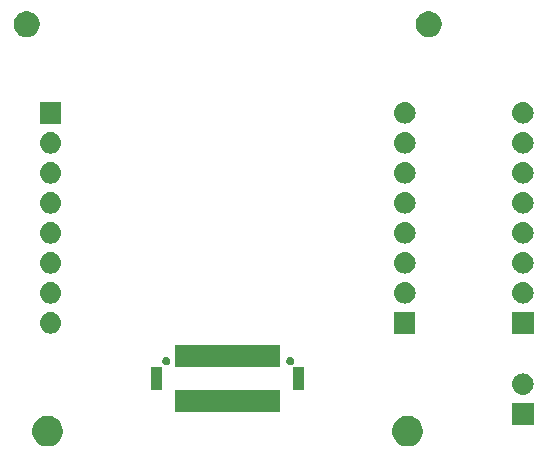
<source format=gbs>
G04 #@! TF.GenerationSoftware,KiCad,Pcbnew,(5.1.0)-1*
G04 #@! TF.CreationDate,2019-07-18T12:24:04+05:30*
G04 #@! TF.ProjectId,AR0135_adapter_rev1,41523031-3335-45f6-9164-61707465725f,rev?*
G04 #@! TF.SameCoordinates,Original*
G04 #@! TF.FileFunction,Soldermask,Bot*
G04 #@! TF.FilePolarity,Negative*
%FSLAX46Y46*%
G04 Gerber Fmt 4.6, Leading zero omitted, Abs format (unit mm)*
G04 Created by KiCad (PCBNEW (5.1.0)-1) date 2019-07-18 12:24:04*
%MOMM*%
%LPD*%
G04 APERTURE LIST*
%ADD10C,0.100000*%
G04 APERTURE END LIST*
D10*
G36*
X55619487Y-46193996D02*
G01*
X55856253Y-46292068D01*
X55856255Y-46292069D01*
X56069339Y-46434447D01*
X56250553Y-46615661D01*
X56392932Y-46828747D01*
X56491004Y-47065513D01*
X56541000Y-47316861D01*
X56541000Y-47573139D01*
X56491004Y-47824487D01*
X56392932Y-48061253D01*
X56392931Y-48061255D01*
X56250553Y-48274339D01*
X56069339Y-48455553D01*
X55856255Y-48597931D01*
X55856254Y-48597932D01*
X55856253Y-48597932D01*
X55619487Y-48696004D01*
X55368139Y-48746000D01*
X55111861Y-48746000D01*
X54860513Y-48696004D01*
X54623747Y-48597932D01*
X54623746Y-48597932D01*
X54623745Y-48597931D01*
X54410661Y-48455553D01*
X54229447Y-48274339D01*
X54087069Y-48061255D01*
X54087068Y-48061253D01*
X53988996Y-47824487D01*
X53939000Y-47573139D01*
X53939000Y-47316861D01*
X53988996Y-47065513D01*
X54087068Y-46828747D01*
X54229447Y-46615661D01*
X54410661Y-46434447D01*
X54623745Y-46292069D01*
X54623747Y-46292068D01*
X54860513Y-46193996D01*
X55111861Y-46144000D01*
X55368139Y-46144000D01*
X55619487Y-46193996D01*
X55619487Y-46193996D01*
G37*
G36*
X25139487Y-46193996D02*
G01*
X25376253Y-46292068D01*
X25376255Y-46292069D01*
X25589339Y-46434447D01*
X25770553Y-46615661D01*
X25912932Y-46828747D01*
X26011004Y-47065513D01*
X26061000Y-47316861D01*
X26061000Y-47573139D01*
X26011004Y-47824487D01*
X25912932Y-48061253D01*
X25912931Y-48061255D01*
X25770553Y-48274339D01*
X25589339Y-48455553D01*
X25376255Y-48597931D01*
X25376254Y-48597932D01*
X25376253Y-48597932D01*
X25139487Y-48696004D01*
X24888139Y-48746000D01*
X24631861Y-48746000D01*
X24380513Y-48696004D01*
X24143747Y-48597932D01*
X24143746Y-48597932D01*
X24143745Y-48597931D01*
X23930661Y-48455553D01*
X23749447Y-48274339D01*
X23607069Y-48061255D01*
X23607068Y-48061253D01*
X23508996Y-47824487D01*
X23459000Y-47573139D01*
X23459000Y-47316861D01*
X23508996Y-47065513D01*
X23607068Y-46828747D01*
X23749447Y-46615661D01*
X23930661Y-46434447D01*
X24143745Y-46292069D01*
X24143747Y-46292068D01*
X24380513Y-46193996D01*
X24631861Y-46144000D01*
X24888139Y-46144000D01*
X25139487Y-46193996D01*
X25139487Y-46193996D01*
G37*
G36*
X65901000Y-46901000D02*
G01*
X64099000Y-46901000D01*
X64099000Y-45099000D01*
X65901000Y-45099000D01*
X65901000Y-46901000D01*
X65901000Y-46901000D01*
G37*
G36*
X44451000Y-45851000D02*
G01*
X35549000Y-45851000D01*
X35549000Y-43949000D01*
X44451000Y-43949000D01*
X44451000Y-45851000D01*
X44451000Y-45851000D01*
G37*
G36*
X65110443Y-42565519D02*
G01*
X65176627Y-42572037D01*
X65346466Y-42623557D01*
X65502991Y-42707222D01*
X65538729Y-42736552D01*
X65640186Y-42819814D01*
X65723448Y-42921271D01*
X65752778Y-42957009D01*
X65836443Y-43113534D01*
X65887963Y-43283373D01*
X65905359Y-43460000D01*
X65887963Y-43636627D01*
X65836443Y-43806466D01*
X65752778Y-43962991D01*
X65723448Y-43998729D01*
X65640186Y-44100186D01*
X65538729Y-44183448D01*
X65502991Y-44212778D01*
X65346466Y-44296443D01*
X65176627Y-44347963D01*
X65110443Y-44354481D01*
X65044260Y-44361000D01*
X64955740Y-44361000D01*
X64889557Y-44354481D01*
X64823373Y-44347963D01*
X64653534Y-44296443D01*
X64497009Y-44212778D01*
X64461271Y-44183448D01*
X64359814Y-44100186D01*
X64276552Y-43998729D01*
X64247222Y-43962991D01*
X64163557Y-43806466D01*
X64112037Y-43636627D01*
X64094641Y-43460000D01*
X64112037Y-43283373D01*
X64163557Y-43113534D01*
X64247222Y-42957009D01*
X64276552Y-42921271D01*
X64359814Y-42819814D01*
X64461271Y-42736552D01*
X64497009Y-42707222D01*
X64653534Y-42623557D01*
X64823373Y-42572037D01*
X64889557Y-42565519D01*
X64955740Y-42559000D01*
X65044260Y-42559000D01*
X65110443Y-42565519D01*
X65110443Y-42565519D01*
G37*
G36*
X34451000Y-43951000D02*
G01*
X33549000Y-43951000D01*
X33549000Y-42049000D01*
X34451000Y-42049000D01*
X34451000Y-43951000D01*
X34451000Y-43951000D01*
G37*
G36*
X46451000Y-43951000D02*
G01*
X45549000Y-43951000D01*
X45549000Y-42049000D01*
X46451000Y-42049000D01*
X46451000Y-43951000D01*
X46451000Y-43951000D01*
G37*
G36*
X44451000Y-42051000D02*
G01*
X35549000Y-42051000D01*
X35549000Y-40149000D01*
X44451000Y-40149000D01*
X44451000Y-42051000D01*
X44451000Y-42051000D01*
G37*
G36*
X34902383Y-41162489D02*
G01*
X34902386Y-41162490D01*
X34902385Y-41162490D01*
X34966258Y-41188946D01*
X35023748Y-41227360D01*
X35072640Y-41276252D01*
X35111054Y-41333742D01*
X35132624Y-41385818D01*
X35137511Y-41397617D01*
X35151000Y-41465430D01*
X35151000Y-41534570D01*
X35137511Y-41602383D01*
X35137510Y-41602385D01*
X35111054Y-41666258D01*
X35072640Y-41723748D01*
X35023748Y-41772640D01*
X34966258Y-41811054D01*
X34914182Y-41832624D01*
X34902383Y-41837511D01*
X34834570Y-41851000D01*
X34765430Y-41851000D01*
X34697617Y-41837511D01*
X34685818Y-41832624D01*
X34633742Y-41811054D01*
X34576252Y-41772640D01*
X34527360Y-41723748D01*
X34488946Y-41666258D01*
X34462490Y-41602385D01*
X34462489Y-41602383D01*
X34449000Y-41534570D01*
X34449000Y-41465430D01*
X34462489Y-41397617D01*
X34467376Y-41385818D01*
X34488946Y-41333742D01*
X34527360Y-41276252D01*
X34576252Y-41227360D01*
X34633742Y-41188946D01*
X34697615Y-41162490D01*
X34697614Y-41162490D01*
X34697617Y-41162489D01*
X34765430Y-41149000D01*
X34834570Y-41149000D01*
X34902383Y-41162489D01*
X34902383Y-41162489D01*
G37*
G36*
X45402383Y-41162489D02*
G01*
X45402386Y-41162490D01*
X45402385Y-41162490D01*
X45466258Y-41188946D01*
X45523748Y-41227360D01*
X45572640Y-41276252D01*
X45611054Y-41333742D01*
X45632624Y-41385818D01*
X45637511Y-41397617D01*
X45651000Y-41465430D01*
X45651000Y-41534570D01*
X45637511Y-41602383D01*
X45637510Y-41602385D01*
X45611054Y-41666258D01*
X45572640Y-41723748D01*
X45523748Y-41772640D01*
X45460748Y-41814736D01*
X45450769Y-41820070D01*
X45431827Y-41835615D01*
X45431208Y-41836370D01*
X45424001Y-41835660D01*
X45399615Y-41838062D01*
X45334572Y-41851000D01*
X45265430Y-41851000D01*
X45197617Y-41837511D01*
X45185818Y-41832624D01*
X45133742Y-41811054D01*
X45076252Y-41772640D01*
X45027360Y-41723748D01*
X44988946Y-41666258D01*
X44962490Y-41602385D01*
X44962489Y-41602383D01*
X44949000Y-41534570D01*
X44949000Y-41465430D01*
X44962489Y-41397617D01*
X44967376Y-41385818D01*
X44988946Y-41333742D01*
X45027360Y-41276252D01*
X45076252Y-41227360D01*
X45133742Y-41188946D01*
X45197615Y-41162490D01*
X45197614Y-41162490D01*
X45197617Y-41162489D01*
X45265430Y-41149000D01*
X45334570Y-41149000D01*
X45402383Y-41162489D01*
X45402383Y-41162489D01*
G37*
G36*
X65901000Y-39181000D02*
G01*
X64099000Y-39181000D01*
X64099000Y-37379000D01*
X65901000Y-37379000D01*
X65901000Y-39181000D01*
X65901000Y-39181000D01*
G37*
G36*
X25110442Y-37385518D02*
G01*
X25176627Y-37392037D01*
X25346466Y-37443557D01*
X25502991Y-37527222D01*
X25538729Y-37556552D01*
X25640186Y-37639814D01*
X25723448Y-37741271D01*
X25752778Y-37777009D01*
X25836443Y-37933534D01*
X25887963Y-38103373D01*
X25905359Y-38280000D01*
X25887963Y-38456627D01*
X25836443Y-38626466D01*
X25752778Y-38782991D01*
X25723448Y-38818729D01*
X25640186Y-38920186D01*
X25538729Y-39003448D01*
X25502991Y-39032778D01*
X25346466Y-39116443D01*
X25176627Y-39167963D01*
X25110443Y-39174481D01*
X25044260Y-39181000D01*
X24955740Y-39181000D01*
X24889557Y-39174481D01*
X24823373Y-39167963D01*
X24653534Y-39116443D01*
X24497009Y-39032778D01*
X24461271Y-39003448D01*
X24359814Y-38920186D01*
X24276552Y-38818729D01*
X24247222Y-38782991D01*
X24163557Y-38626466D01*
X24112037Y-38456627D01*
X24094641Y-38280000D01*
X24112037Y-38103373D01*
X24163557Y-37933534D01*
X24247222Y-37777009D01*
X24276552Y-37741271D01*
X24359814Y-37639814D01*
X24461271Y-37556552D01*
X24497009Y-37527222D01*
X24653534Y-37443557D01*
X24823373Y-37392037D01*
X24889558Y-37385518D01*
X24955740Y-37379000D01*
X25044260Y-37379000D01*
X25110442Y-37385518D01*
X25110442Y-37385518D01*
G37*
G36*
X55901000Y-39181000D02*
G01*
X54099000Y-39181000D01*
X54099000Y-37379000D01*
X55901000Y-37379000D01*
X55901000Y-39181000D01*
X55901000Y-39181000D01*
G37*
G36*
X25110443Y-34845519D02*
G01*
X25176627Y-34852037D01*
X25346466Y-34903557D01*
X25502991Y-34987222D01*
X25538729Y-35016552D01*
X25640186Y-35099814D01*
X25723448Y-35201271D01*
X25752778Y-35237009D01*
X25836443Y-35393534D01*
X25887963Y-35563373D01*
X25905359Y-35740000D01*
X25887963Y-35916627D01*
X25836443Y-36086466D01*
X25752778Y-36242991D01*
X25723448Y-36278729D01*
X25640186Y-36380186D01*
X25538729Y-36463448D01*
X25502991Y-36492778D01*
X25346466Y-36576443D01*
X25176627Y-36627963D01*
X25110442Y-36634482D01*
X25044260Y-36641000D01*
X24955740Y-36641000D01*
X24889558Y-36634482D01*
X24823373Y-36627963D01*
X24653534Y-36576443D01*
X24497009Y-36492778D01*
X24461271Y-36463448D01*
X24359814Y-36380186D01*
X24276552Y-36278729D01*
X24247222Y-36242991D01*
X24163557Y-36086466D01*
X24112037Y-35916627D01*
X24094641Y-35740000D01*
X24112037Y-35563373D01*
X24163557Y-35393534D01*
X24247222Y-35237009D01*
X24276552Y-35201271D01*
X24359814Y-35099814D01*
X24461271Y-35016552D01*
X24497009Y-34987222D01*
X24653534Y-34903557D01*
X24823373Y-34852037D01*
X24889557Y-34845519D01*
X24955740Y-34839000D01*
X25044260Y-34839000D01*
X25110443Y-34845519D01*
X25110443Y-34845519D01*
G37*
G36*
X65110443Y-34845519D02*
G01*
X65176627Y-34852037D01*
X65346466Y-34903557D01*
X65502991Y-34987222D01*
X65538729Y-35016552D01*
X65640186Y-35099814D01*
X65723448Y-35201271D01*
X65752778Y-35237009D01*
X65836443Y-35393534D01*
X65887963Y-35563373D01*
X65905359Y-35740000D01*
X65887963Y-35916627D01*
X65836443Y-36086466D01*
X65752778Y-36242991D01*
X65723448Y-36278729D01*
X65640186Y-36380186D01*
X65538729Y-36463448D01*
X65502991Y-36492778D01*
X65346466Y-36576443D01*
X65176627Y-36627963D01*
X65110442Y-36634482D01*
X65044260Y-36641000D01*
X64955740Y-36641000D01*
X64889558Y-36634482D01*
X64823373Y-36627963D01*
X64653534Y-36576443D01*
X64497009Y-36492778D01*
X64461271Y-36463448D01*
X64359814Y-36380186D01*
X64276552Y-36278729D01*
X64247222Y-36242991D01*
X64163557Y-36086466D01*
X64112037Y-35916627D01*
X64094641Y-35740000D01*
X64112037Y-35563373D01*
X64163557Y-35393534D01*
X64247222Y-35237009D01*
X64276552Y-35201271D01*
X64359814Y-35099814D01*
X64461271Y-35016552D01*
X64497009Y-34987222D01*
X64653534Y-34903557D01*
X64823373Y-34852037D01*
X64889557Y-34845519D01*
X64955740Y-34839000D01*
X65044260Y-34839000D01*
X65110443Y-34845519D01*
X65110443Y-34845519D01*
G37*
G36*
X55110443Y-34845519D02*
G01*
X55176627Y-34852037D01*
X55346466Y-34903557D01*
X55502991Y-34987222D01*
X55538729Y-35016552D01*
X55640186Y-35099814D01*
X55723448Y-35201271D01*
X55752778Y-35237009D01*
X55836443Y-35393534D01*
X55887963Y-35563373D01*
X55905359Y-35740000D01*
X55887963Y-35916627D01*
X55836443Y-36086466D01*
X55752778Y-36242991D01*
X55723448Y-36278729D01*
X55640186Y-36380186D01*
X55538729Y-36463448D01*
X55502991Y-36492778D01*
X55346466Y-36576443D01*
X55176627Y-36627963D01*
X55110442Y-36634482D01*
X55044260Y-36641000D01*
X54955740Y-36641000D01*
X54889558Y-36634482D01*
X54823373Y-36627963D01*
X54653534Y-36576443D01*
X54497009Y-36492778D01*
X54461271Y-36463448D01*
X54359814Y-36380186D01*
X54276552Y-36278729D01*
X54247222Y-36242991D01*
X54163557Y-36086466D01*
X54112037Y-35916627D01*
X54094641Y-35740000D01*
X54112037Y-35563373D01*
X54163557Y-35393534D01*
X54247222Y-35237009D01*
X54276552Y-35201271D01*
X54359814Y-35099814D01*
X54461271Y-35016552D01*
X54497009Y-34987222D01*
X54653534Y-34903557D01*
X54823373Y-34852037D01*
X54889557Y-34845519D01*
X54955740Y-34839000D01*
X55044260Y-34839000D01*
X55110443Y-34845519D01*
X55110443Y-34845519D01*
G37*
G36*
X25110443Y-32305519D02*
G01*
X25176627Y-32312037D01*
X25346466Y-32363557D01*
X25502991Y-32447222D01*
X25538729Y-32476552D01*
X25640186Y-32559814D01*
X25723448Y-32661271D01*
X25752778Y-32697009D01*
X25836443Y-32853534D01*
X25887963Y-33023373D01*
X25905359Y-33200000D01*
X25887963Y-33376627D01*
X25836443Y-33546466D01*
X25752778Y-33702991D01*
X25723448Y-33738729D01*
X25640186Y-33840186D01*
X25538729Y-33923448D01*
X25502991Y-33952778D01*
X25346466Y-34036443D01*
X25176627Y-34087963D01*
X25110443Y-34094481D01*
X25044260Y-34101000D01*
X24955740Y-34101000D01*
X24889557Y-34094481D01*
X24823373Y-34087963D01*
X24653534Y-34036443D01*
X24497009Y-33952778D01*
X24461271Y-33923448D01*
X24359814Y-33840186D01*
X24276552Y-33738729D01*
X24247222Y-33702991D01*
X24163557Y-33546466D01*
X24112037Y-33376627D01*
X24094641Y-33200000D01*
X24112037Y-33023373D01*
X24163557Y-32853534D01*
X24247222Y-32697009D01*
X24276552Y-32661271D01*
X24359814Y-32559814D01*
X24461271Y-32476552D01*
X24497009Y-32447222D01*
X24653534Y-32363557D01*
X24823373Y-32312037D01*
X24889557Y-32305519D01*
X24955740Y-32299000D01*
X25044260Y-32299000D01*
X25110443Y-32305519D01*
X25110443Y-32305519D01*
G37*
G36*
X55110443Y-32305519D02*
G01*
X55176627Y-32312037D01*
X55346466Y-32363557D01*
X55502991Y-32447222D01*
X55538729Y-32476552D01*
X55640186Y-32559814D01*
X55723448Y-32661271D01*
X55752778Y-32697009D01*
X55836443Y-32853534D01*
X55887963Y-33023373D01*
X55905359Y-33200000D01*
X55887963Y-33376627D01*
X55836443Y-33546466D01*
X55752778Y-33702991D01*
X55723448Y-33738729D01*
X55640186Y-33840186D01*
X55538729Y-33923448D01*
X55502991Y-33952778D01*
X55346466Y-34036443D01*
X55176627Y-34087963D01*
X55110443Y-34094481D01*
X55044260Y-34101000D01*
X54955740Y-34101000D01*
X54889557Y-34094481D01*
X54823373Y-34087963D01*
X54653534Y-34036443D01*
X54497009Y-33952778D01*
X54461271Y-33923448D01*
X54359814Y-33840186D01*
X54276552Y-33738729D01*
X54247222Y-33702991D01*
X54163557Y-33546466D01*
X54112037Y-33376627D01*
X54094641Y-33200000D01*
X54112037Y-33023373D01*
X54163557Y-32853534D01*
X54247222Y-32697009D01*
X54276552Y-32661271D01*
X54359814Y-32559814D01*
X54461271Y-32476552D01*
X54497009Y-32447222D01*
X54653534Y-32363557D01*
X54823373Y-32312037D01*
X54889557Y-32305519D01*
X54955740Y-32299000D01*
X55044260Y-32299000D01*
X55110443Y-32305519D01*
X55110443Y-32305519D01*
G37*
G36*
X65110443Y-32305519D02*
G01*
X65176627Y-32312037D01*
X65346466Y-32363557D01*
X65502991Y-32447222D01*
X65538729Y-32476552D01*
X65640186Y-32559814D01*
X65723448Y-32661271D01*
X65752778Y-32697009D01*
X65836443Y-32853534D01*
X65887963Y-33023373D01*
X65905359Y-33200000D01*
X65887963Y-33376627D01*
X65836443Y-33546466D01*
X65752778Y-33702991D01*
X65723448Y-33738729D01*
X65640186Y-33840186D01*
X65538729Y-33923448D01*
X65502991Y-33952778D01*
X65346466Y-34036443D01*
X65176627Y-34087963D01*
X65110443Y-34094481D01*
X65044260Y-34101000D01*
X64955740Y-34101000D01*
X64889557Y-34094481D01*
X64823373Y-34087963D01*
X64653534Y-34036443D01*
X64497009Y-33952778D01*
X64461271Y-33923448D01*
X64359814Y-33840186D01*
X64276552Y-33738729D01*
X64247222Y-33702991D01*
X64163557Y-33546466D01*
X64112037Y-33376627D01*
X64094641Y-33200000D01*
X64112037Y-33023373D01*
X64163557Y-32853534D01*
X64247222Y-32697009D01*
X64276552Y-32661271D01*
X64359814Y-32559814D01*
X64461271Y-32476552D01*
X64497009Y-32447222D01*
X64653534Y-32363557D01*
X64823373Y-32312037D01*
X64889557Y-32305519D01*
X64955740Y-32299000D01*
X65044260Y-32299000D01*
X65110443Y-32305519D01*
X65110443Y-32305519D01*
G37*
G36*
X25110443Y-29765519D02*
G01*
X25176627Y-29772037D01*
X25346466Y-29823557D01*
X25502991Y-29907222D01*
X25538729Y-29936552D01*
X25640186Y-30019814D01*
X25723448Y-30121271D01*
X25752778Y-30157009D01*
X25836443Y-30313534D01*
X25887963Y-30483373D01*
X25905359Y-30660000D01*
X25887963Y-30836627D01*
X25836443Y-31006466D01*
X25752778Y-31162991D01*
X25723448Y-31198729D01*
X25640186Y-31300186D01*
X25538729Y-31383448D01*
X25502991Y-31412778D01*
X25346466Y-31496443D01*
X25176627Y-31547963D01*
X25110443Y-31554481D01*
X25044260Y-31561000D01*
X24955740Y-31561000D01*
X24889557Y-31554481D01*
X24823373Y-31547963D01*
X24653534Y-31496443D01*
X24497009Y-31412778D01*
X24461271Y-31383448D01*
X24359814Y-31300186D01*
X24276552Y-31198729D01*
X24247222Y-31162991D01*
X24163557Y-31006466D01*
X24112037Y-30836627D01*
X24094641Y-30660000D01*
X24112037Y-30483373D01*
X24163557Y-30313534D01*
X24247222Y-30157009D01*
X24276552Y-30121271D01*
X24359814Y-30019814D01*
X24461271Y-29936552D01*
X24497009Y-29907222D01*
X24653534Y-29823557D01*
X24823373Y-29772037D01*
X24889557Y-29765519D01*
X24955740Y-29759000D01*
X25044260Y-29759000D01*
X25110443Y-29765519D01*
X25110443Y-29765519D01*
G37*
G36*
X65110443Y-29765519D02*
G01*
X65176627Y-29772037D01*
X65346466Y-29823557D01*
X65502991Y-29907222D01*
X65538729Y-29936552D01*
X65640186Y-30019814D01*
X65723448Y-30121271D01*
X65752778Y-30157009D01*
X65836443Y-30313534D01*
X65887963Y-30483373D01*
X65905359Y-30660000D01*
X65887963Y-30836627D01*
X65836443Y-31006466D01*
X65752778Y-31162991D01*
X65723448Y-31198729D01*
X65640186Y-31300186D01*
X65538729Y-31383448D01*
X65502991Y-31412778D01*
X65346466Y-31496443D01*
X65176627Y-31547963D01*
X65110443Y-31554481D01*
X65044260Y-31561000D01*
X64955740Y-31561000D01*
X64889557Y-31554481D01*
X64823373Y-31547963D01*
X64653534Y-31496443D01*
X64497009Y-31412778D01*
X64461271Y-31383448D01*
X64359814Y-31300186D01*
X64276552Y-31198729D01*
X64247222Y-31162991D01*
X64163557Y-31006466D01*
X64112037Y-30836627D01*
X64094641Y-30660000D01*
X64112037Y-30483373D01*
X64163557Y-30313534D01*
X64247222Y-30157009D01*
X64276552Y-30121271D01*
X64359814Y-30019814D01*
X64461271Y-29936552D01*
X64497009Y-29907222D01*
X64653534Y-29823557D01*
X64823373Y-29772037D01*
X64889557Y-29765519D01*
X64955740Y-29759000D01*
X65044260Y-29759000D01*
X65110443Y-29765519D01*
X65110443Y-29765519D01*
G37*
G36*
X55110443Y-29765519D02*
G01*
X55176627Y-29772037D01*
X55346466Y-29823557D01*
X55502991Y-29907222D01*
X55538729Y-29936552D01*
X55640186Y-30019814D01*
X55723448Y-30121271D01*
X55752778Y-30157009D01*
X55836443Y-30313534D01*
X55887963Y-30483373D01*
X55905359Y-30660000D01*
X55887963Y-30836627D01*
X55836443Y-31006466D01*
X55752778Y-31162991D01*
X55723448Y-31198729D01*
X55640186Y-31300186D01*
X55538729Y-31383448D01*
X55502991Y-31412778D01*
X55346466Y-31496443D01*
X55176627Y-31547963D01*
X55110443Y-31554481D01*
X55044260Y-31561000D01*
X54955740Y-31561000D01*
X54889557Y-31554481D01*
X54823373Y-31547963D01*
X54653534Y-31496443D01*
X54497009Y-31412778D01*
X54461271Y-31383448D01*
X54359814Y-31300186D01*
X54276552Y-31198729D01*
X54247222Y-31162991D01*
X54163557Y-31006466D01*
X54112037Y-30836627D01*
X54094641Y-30660000D01*
X54112037Y-30483373D01*
X54163557Y-30313534D01*
X54247222Y-30157009D01*
X54276552Y-30121271D01*
X54359814Y-30019814D01*
X54461271Y-29936552D01*
X54497009Y-29907222D01*
X54653534Y-29823557D01*
X54823373Y-29772037D01*
X54889557Y-29765519D01*
X54955740Y-29759000D01*
X55044260Y-29759000D01*
X55110443Y-29765519D01*
X55110443Y-29765519D01*
G37*
G36*
X25110443Y-27225519D02*
G01*
X25176627Y-27232037D01*
X25346466Y-27283557D01*
X25502991Y-27367222D01*
X25538729Y-27396552D01*
X25640186Y-27479814D01*
X25723448Y-27581271D01*
X25752778Y-27617009D01*
X25836443Y-27773534D01*
X25887963Y-27943373D01*
X25905359Y-28120000D01*
X25887963Y-28296627D01*
X25836443Y-28466466D01*
X25752778Y-28622991D01*
X25723448Y-28658729D01*
X25640186Y-28760186D01*
X25538729Y-28843448D01*
X25502991Y-28872778D01*
X25346466Y-28956443D01*
X25176627Y-29007963D01*
X25110443Y-29014481D01*
X25044260Y-29021000D01*
X24955740Y-29021000D01*
X24889557Y-29014481D01*
X24823373Y-29007963D01*
X24653534Y-28956443D01*
X24497009Y-28872778D01*
X24461271Y-28843448D01*
X24359814Y-28760186D01*
X24276552Y-28658729D01*
X24247222Y-28622991D01*
X24163557Y-28466466D01*
X24112037Y-28296627D01*
X24094641Y-28120000D01*
X24112037Y-27943373D01*
X24163557Y-27773534D01*
X24247222Y-27617009D01*
X24276552Y-27581271D01*
X24359814Y-27479814D01*
X24461271Y-27396552D01*
X24497009Y-27367222D01*
X24653534Y-27283557D01*
X24823373Y-27232037D01*
X24889557Y-27225519D01*
X24955740Y-27219000D01*
X25044260Y-27219000D01*
X25110443Y-27225519D01*
X25110443Y-27225519D01*
G37*
G36*
X65110443Y-27225519D02*
G01*
X65176627Y-27232037D01*
X65346466Y-27283557D01*
X65502991Y-27367222D01*
X65538729Y-27396552D01*
X65640186Y-27479814D01*
X65723448Y-27581271D01*
X65752778Y-27617009D01*
X65836443Y-27773534D01*
X65887963Y-27943373D01*
X65905359Y-28120000D01*
X65887963Y-28296627D01*
X65836443Y-28466466D01*
X65752778Y-28622991D01*
X65723448Y-28658729D01*
X65640186Y-28760186D01*
X65538729Y-28843448D01*
X65502991Y-28872778D01*
X65346466Y-28956443D01*
X65176627Y-29007963D01*
X65110443Y-29014481D01*
X65044260Y-29021000D01*
X64955740Y-29021000D01*
X64889557Y-29014481D01*
X64823373Y-29007963D01*
X64653534Y-28956443D01*
X64497009Y-28872778D01*
X64461271Y-28843448D01*
X64359814Y-28760186D01*
X64276552Y-28658729D01*
X64247222Y-28622991D01*
X64163557Y-28466466D01*
X64112037Y-28296627D01*
X64094641Y-28120000D01*
X64112037Y-27943373D01*
X64163557Y-27773534D01*
X64247222Y-27617009D01*
X64276552Y-27581271D01*
X64359814Y-27479814D01*
X64461271Y-27396552D01*
X64497009Y-27367222D01*
X64653534Y-27283557D01*
X64823373Y-27232037D01*
X64889557Y-27225519D01*
X64955740Y-27219000D01*
X65044260Y-27219000D01*
X65110443Y-27225519D01*
X65110443Y-27225519D01*
G37*
G36*
X55110443Y-27225519D02*
G01*
X55176627Y-27232037D01*
X55346466Y-27283557D01*
X55502991Y-27367222D01*
X55538729Y-27396552D01*
X55640186Y-27479814D01*
X55723448Y-27581271D01*
X55752778Y-27617009D01*
X55836443Y-27773534D01*
X55887963Y-27943373D01*
X55905359Y-28120000D01*
X55887963Y-28296627D01*
X55836443Y-28466466D01*
X55752778Y-28622991D01*
X55723448Y-28658729D01*
X55640186Y-28760186D01*
X55538729Y-28843448D01*
X55502991Y-28872778D01*
X55346466Y-28956443D01*
X55176627Y-29007963D01*
X55110443Y-29014481D01*
X55044260Y-29021000D01*
X54955740Y-29021000D01*
X54889557Y-29014481D01*
X54823373Y-29007963D01*
X54653534Y-28956443D01*
X54497009Y-28872778D01*
X54461271Y-28843448D01*
X54359814Y-28760186D01*
X54276552Y-28658729D01*
X54247222Y-28622991D01*
X54163557Y-28466466D01*
X54112037Y-28296627D01*
X54094641Y-28120000D01*
X54112037Y-27943373D01*
X54163557Y-27773534D01*
X54247222Y-27617009D01*
X54276552Y-27581271D01*
X54359814Y-27479814D01*
X54461271Y-27396552D01*
X54497009Y-27367222D01*
X54653534Y-27283557D01*
X54823373Y-27232037D01*
X54889557Y-27225519D01*
X54955740Y-27219000D01*
X55044260Y-27219000D01*
X55110443Y-27225519D01*
X55110443Y-27225519D01*
G37*
G36*
X25110443Y-24685519D02*
G01*
X25176627Y-24692037D01*
X25346466Y-24743557D01*
X25502991Y-24827222D01*
X25538729Y-24856552D01*
X25640186Y-24939814D01*
X25723448Y-25041271D01*
X25752778Y-25077009D01*
X25836443Y-25233534D01*
X25887963Y-25403373D01*
X25905359Y-25580000D01*
X25887963Y-25756627D01*
X25836443Y-25926466D01*
X25752778Y-26082991D01*
X25723448Y-26118729D01*
X25640186Y-26220186D01*
X25538729Y-26303448D01*
X25502991Y-26332778D01*
X25346466Y-26416443D01*
X25176627Y-26467963D01*
X25110443Y-26474481D01*
X25044260Y-26481000D01*
X24955740Y-26481000D01*
X24889557Y-26474481D01*
X24823373Y-26467963D01*
X24653534Y-26416443D01*
X24497009Y-26332778D01*
X24461271Y-26303448D01*
X24359814Y-26220186D01*
X24276552Y-26118729D01*
X24247222Y-26082991D01*
X24163557Y-25926466D01*
X24112037Y-25756627D01*
X24094641Y-25580000D01*
X24112037Y-25403373D01*
X24163557Y-25233534D01*
X24247222Y-25077009D01*
X24276552Y-25041271D01*
X24359814Y-24939814D01*
X24461271Y-24856552D01*
X24497009Y-24827222D01*
X24653534Y-24743557D01*
X24823373Y-24692037D01*
X24889557Y-24685519D01*
X24955740Y-24679000D01*
X25044260Y-24679000D01*
X25110443Y-24685519D01*
X25110443Y-24685519D01*
G37*
G36*
X65110443Y-24685519D02*
G01*
X65176627Y-24692037D01*
X65346466Y-24743557D01*
X65502991Y-24827222D01*
X65538729Y-24856552D01*
X65640186Y-24939814D01*
X65723448Y-25041271D01*
X65752778Y-25077009D01*
X65836443Y-25233534D01*
X65887963Y-25403373D01*
X65905359Y-25580000D01*
X65887963Y-25756627D01*
X65836443Y-25926466D01*
X65752778Y-26082991D01*
X65723448Y-26118729D01*
X65640186Y-26220186D01*
X65538729Y-26303448D01*
X65502991Y-26332778D01*
X65346466Y-26416443D01*
X65176627Y-26467963D01*
X65110443Y-26474481D01*
X65044260Y-26481000D01*
X64955740Y-26481000D01*
X64889557Y-26474481D01*
X64823373Y-26467963D01*
X64653534Y-26416443D01*
X64497009Y-26332778D01*
X64461271Y-26303448D01*
X64359814Y-26220186D01*
X64276552Y-26118729D01*
X64247222Y-26082991D01*
X64163557Y-25926466D01*
X64112037Y-25756627D01*
X64094641Y-25580000D01*
X64112037Y-25403373D01*
X64163557Y-25233534D01*
X64247222Y-25077009D01*
X64276552Y-25041271D01*
X64359814Y-24939814D01*
X64461271Y-24856552D01*
X64497009Y-24827222D01*
X64653534Y-24743557D01*
X64823373Y-24692037D01*
X64889557Y-24685519D01*
X64955740Y-24679000D01*
X65044260Y-24679000D01*
X65110443Y-24685519D01*
X65110443Y-24685519D01*
G37*
G36*
X55110443Y-24685519D02*
G01*
X55176627Y-24692037D01*
X55346466Y-24743557D01*
X55502991Y-24827222D01*
X55538729Y-24856552D01*
X55640186Y-24939814D01*
X55723448Y-25041271D01*
X55752778Y-25077009D01*
X55836443Y-25233534D01*
X55887963Y-25403373D01*
X55905359Y-25580000D01*
X55887963Y-25756627D01*
X55836443Y-25926466D01*
X55752778Y-26082991D01*
X55723448Y-26118729D01*
X55640186Y-26220186D01*
X55538729Y-26303448D01*
X55502991Y-26332778D01*
X55346466Y-26416443D01*
X55176627Y-26467963D01*
X55110443Y-26474481D01*
X55044260Y-26481000D01*
X54955740Y-26481000D01*
X54889557Y-26474481D01*
X54823373Y-26467963D01*
X54653534Y-26416443D01*
X54497009Y-26332778D01*
X54461271Y-26303448D01*
X54359814Y-26220186D01*
X54276552Y-26118729D01*
X54247222Y-26082991D01*
X54163557Y-25926466D01*
X54112037Y-25756627D01*
X54094641Y-25580000D01*
X54112037Y-25403373D01*
X54163557Y-25233534D01*
X54247222Y-25077009D01*
X54276552Y-25041271D01*
X54359814Y-24939814D01*
X54461271Y-24856552D01*
X54497009Y-24827222D01*
X54653534Y-24743557D01*
X54823373Y-24692037D01*
X54889557Y-24685519D01*
X54955740Y-24679000D01*
X55044260Y-24679000D01*
X55110443Y-24685519D01*
X55110443Y-24685519D01*
G37*
G36*
X25110442Y-22145518D02*
G01*
X25176627Y-22152037D01*
X25346466Y-22203557D01*
X25502991Y-22287222D01*
X25538729Y-22316552D01*
X25640186Y-22399814D01*
X25723448Y-22501271D01*
X25752778Y-22537009D01*
X25836443Y-22693534D01*
X25887963Y-22863373D01*
X25905359Y-23040000D01*
X25887963Y-23216627D01*
X25836443Y-23386466D01*
X25752778Y-23542991D01*
X25723448Y-23578729D01*
X25640186Y-23680186D01*
X25538729Y-23763448D01*
X25502991Y-23792778D01*
X25346466Y-23876443D01*
X25176627Y-23927963D01*
X25110442Y-23934482D01*
X25044260Y-23941000D01*
X24955740Y-23941000D01*
X24889558Y-23934482D01*
X24823373Y-23927963D01*
X24653534Y-23876443D01*
X24497009Y-23792778D01*
X24461271Y-23763448D01*
X24359814Y-23680186D01*
X24276552Y-23578729D01*
X24247222Y-23542991D01*
X24163557Y-23386466D01*
X24112037Y-23216627D01*
X24094641Y-23040000D01*
X24112037Y-22863373D01*
X24163557Y-22693534D01*
X24247222Y-22537009D01*
X24276552Y-22501271D01*
X24359814Y-22399814D01*
X24461271Y-22316552D01*
X24497009Y-22287222D01*
X24653534Y-22203557D01*
X24823373Y-22152037D01*
X24889558Y-22145518D01*
X24955740Y-22139000D01*
X25044260Y-22139000D01*
X25110442Y-22145518D01*
X25110442Y-22145518D01*
G37*
G36*
X55110442Y-22145518D02*
G01*
X55176627Y-22152037D01*
X55346466Y-22203557D01*
X55502991Y-22287222D01*
X55538729Y-22316552D01*
X55640186Y-22399814D01*
X55723448Y-22501271D01*
X55752778Y-22537009D01*
X55836443Y-22693534D01*
X55887963Y-22863373D01*
X55905359Y-23040000D01*
X55887963Y-23216627D01*
X55836443Y-23386466D01*
X55752778Y-23542991D01*
X55723448Y-23578729D01*
X55640186Y-23680186D01*
X55538729Y-23763448D01*
X55502991Y-23792778D01*
X55346466Y-23876443D01*
X55176627Y-23927963D01*
X55110442Y-23934482D01*
X55044260Y-23941000D01*
X54955740Y-23941000D01*
X54889558Y-23934482D01*
X54823373Y-23927963D01*
X54653534Y-23876443D01*
X54497009Y-23792778D01*
X54461271Y-23763448D01*
X54359814Y-23680186D01*
X54276552Y-23578729D01*
X54247222Y-23542991D01*
X54163557Y-23386466D01*
X54112037Y-23216627D01*
X54094641Y-23040000D01*
X54112037Y-22863373D01*
X54163557Y-22693534D01*
X54247222Y-22537009D01*
X54276552Y-22501271D01*
X54359814Y-22399814D01*
X54461271Y-22316552D01*
X54497009Y-22287222D01*
X54653534Y-22203557D01*
X54823373Y-22152037D01*
X54889557Y-22145519D01*
X54955740Y-22139000D01*
X55044260Y-22139000D01*
X55110442Y-22145518D01*
X55110442Y-22145518D01*
G37*
G36*
X65110442Y-22145518D02*
G01*
X65176627Y-22152037D01*
X65346466Y-22203557D01*
X65502991Y-22287222D01*
X65538729Y-22316552D01*
X65640186Y-22399814D01*
X65723448Y-22501271D01*
X65752778Y-22537009D01*
X65836443Y-22693534D01*
X65887963Y-22863373D01*
X65905359Y-23040000D01*
X65887963Y-23216627D01*
X65836443Y-23386466D01*
X65752778Y-23542991D01*
X65723448Y-23578729D01*
X65640186Y-23680186D01*
X65538729Y-23763448D01*
X65502991Y-23792778D01*
X65346466Y-23876443D01*
X65176627Y-23927963D01*
X65110442Y-23934482D01*
X65044260Y-23941000D01*
X64955740Y-23941000D01*
X64889558Y-23934482D01*
X64823373Y-23927963D01*
X64653534Y-23876443D01*
X64497009Y-23792778D01*
X64461271Y-23763448D01*
X64359814Y-23680186D01*
X64276552Y-23578729D01*
X64247222Y-23542991D01*
X64163557Y-23386466D01*
X64112037Y-23216627D01*
X64094641Y-23040000D01*
X64112037Y-22863373D01*
X64163557Y-22693534D01*
X64247222Y-22537009D01*
X64276552Y-22501271D01*
X64359814Y-22399814D01*
X64461271Y-22316552D01*
X64497009Y-22287222D01*
X64653534Y-22203557D01*
X64823373Y-22152037D01*
X64889557Y-22145519D01*
X64955740Y-22139000D01*
X65044260Y-22139000D01*
X65110442Y-22145518D01*
X65110442Y-22145518D01*
G37*
G36*
X65110442Y-19605518D02*
G01*
X65176627Y-19612037D01*
X65346466Y-19663557D01*
X65502991Y-19747222D01*
X65538729Y-19776552D01*
X65640186Y-19859814D01*
X65723448Y-19961271D01*
X65752778Y-19997009D01*
X65836443Y-20153534D01*
X65887963Y-20323373D01*
X65905359Y-20500000D01*
X65887963Y-20676627D01*
X65836443Y-20846466D01*
X65752778Y-21002991D01*
X65723448Y-21038729D01*
X65640186Y-21140186D01*
X65538729Y-21223448D01*
X65502991Y-21252778D01*
X65346466Y-21336443D01*
X65176627Y-21387963D01*
X65110443Y-21394481D01*
X65044260Y-21401000D01*
X64955740Y-21401000D01*
X64889558Y-21394482D01*
X64823373Y-21387963D01*
X64653534Y-21336443D01*
X64497009Y-21252778D01*
X64461271Y-21223448D01*
X64359814Y-21140186D01*
X64276552Y-21038729D01*
X64247222Y-21002991D01*
X64163557Y-20846466D01*
X64112037Y-20676627D01*
X64094641Y-20500000D01*
X64112037Y-20323373D01*
X64163557Y-20153534D01*
X64247222Y-19997009D01*
X64276552Y-19961271D01*
X64359814Y-19859814D01*
X64461271Y-19776552D01*
X64497009Y-19747222D01*
X64653534Y-19663557D01*
X64823373Y-19612037D01*
X64889558Y-19605518D01*
X64955740Y-19599000D01*
X65044260Y-19599000D01*
X65110442Y-19605518D01*
X65110442Y-19605518D01*
G37*
G36*
X25901000Y-21401000D02*
G01*
X24099000Y-21401000D01*
X24099000Y-19599000D01*
X25901000Y-19599000D01*
X25901000Y-21401000D01*
X25901000Y-21401000D01*
G37*
G36*
X55110442Y-19605518D02*
G01*
X55176627Y-19612037D01*
X55346466Y-19663557D01*
X55502991Y-19747222D01*
X55538729Y-19776552D01*
X55640186Y-19859814D01*
X55723448Y-19961271D01*
X55752778Y-19997009D01*
X55836443Y-20153534D01*
X55887963Y-20323373D01*
X55905359Y-20500000D01*
X55887963Y-20676627D01*
X55836443Y-20846466D01*
X55752778Y-21002991D01*
X55723448Y-21038729D01*
X55640186Y-21140186D01*
X55538729Y-21223448D01*
X55502991Y-21252778D01*
X55346466Y-21336443D01*
X55176627Y-21387963D01*
X55110443Y-21394481D01*
X55044260Y-21401000D01*
X54955740Y-21401000D01*
X54889558Y-21394482D01*
X54823373Y-21387963D01*
X54653534Y-21336443D01*
X54497009Y-21252778D01*
X54461271Y-21223448D01*
X54359814Y-21140186D01*
X54276552Y-21038729D01*
X54247222Y-21002991D01*
X54163557Y-20846466D01*
X54112037Y-20676627D01*
X54094641Y-20500000D01*
X54112037Y-20323373D01*
X54163557Y-20153534D01*
X54247222Y-19997009D01*
X54276552Y-19961271D01*
X54359814Y-19859814D01*
X54461271Y-19776552D01*
X54497009Y-19747222D01*
X54653534Y-19663557D01*
X54823373Y-19612037D01*
X54889558Y-19605518D01*
X54955740Y-19599000D01*
X55044260Y-19599000D01*
X55110442Y-19605518D01*
X55110442Y-19605518D01*
G37*
G36*
X57234794Y-11900155D02*
G01*
X57341150Y-11921311D01*
X57541520Y-12004307D01*
X57721844Y-12124795D01*
X57875205Y-12278156D01*
X57995693Y-12458480D01*
X58078689Y-12658851D01*
X58121000Y-12871560D01*
X58121000Y-13088440D01*
X58078689Y-13301149D01*
X57995693Y-13501520D01*
X57875205Y-13681844D01*
X57721844Y-13835205D01*
X57541520Y-13955693D01*
X57441334Y-13997191D01*
X57341150Y-14038689D01*
X57234795Y-14059844D01*
X57128440Y-14081000D01*
X56911560Y-14081000D01*
X56805205Y-14059844D01*
X56698850Y-14038689D01*
X56598666Y-13997191D01*
X56498480Y-13955693D01*
X56318156Y-13835205D01*
X56164795Y-13681844D01*
X56044307Y-13501520D01*
X55961311Y-13301149D01*
X55919000Y-13088440D01*
X55919000Y-12871560D01*
X55961311Y-12658851D01*
X56044307Y-12458480D01*
X56164795Y-12278156D01*
X56318156Y-12124795D01*
X56498480Y-12004307D01*
X56698850Y-11921311D01*
X56805206Y-11900155D01*
X56911560Y-11879000D01*
X57128440Y-11879000D01*
X57234794Y-11900155D01*
X57234794Y-11900155D01*
G37*
G36*
X23194794Y-11900155D02*
G01*
X23301150Y-11921311D01*
X23501520Y-12004307D01*
X23681844Y-12124795D01*
X23835205Y-12278156D01*
X23955693Y-12458480D01*
X24038689Y-12658851D01*
X24081000Y-12871560D01*
X24081000Y-13088440D01*
X24038689Y-13301149D01*
X23955693Y-13501520D01*
X23835205Y-13681844D01*
X23681844Y-13835205D01*
X23501520Y-13955693D01*
X23401334Y-13997191D01*
X23301150Y-14038689D01*
X23194795Y-14059844D01*
X23088440Y-14081000D01*
X22871560Y-14081000D01*
X22765205Y-14059844D01*
X22658850Y-14038689D01*
X22558666Y-13997191D01*
X22458480Y-13955693D01*
X22278156Y-13835205D01*
X22124795Y-13681844D01*
X22004307Y-13501520D01*
X21921311Y-13301149D01*
X21879000Y-13088440D01*
X21879000Y-12871560D01*
X21921311Y-12658851D01*
X22004307Y-12458480D01*
X22124795Y-12278156D01*
X22278156Y-12124795D01*
X22458480Y-12004307D01*
X22658850Y-11921311D01*
X22765206Y-11900155D01*
X22871560Y-11879000D01*
X23088440Y-11879000D01*
X23194794Y-11900155D01*
X23194794Y-11900155D01*
G37*
M02*

</source>
